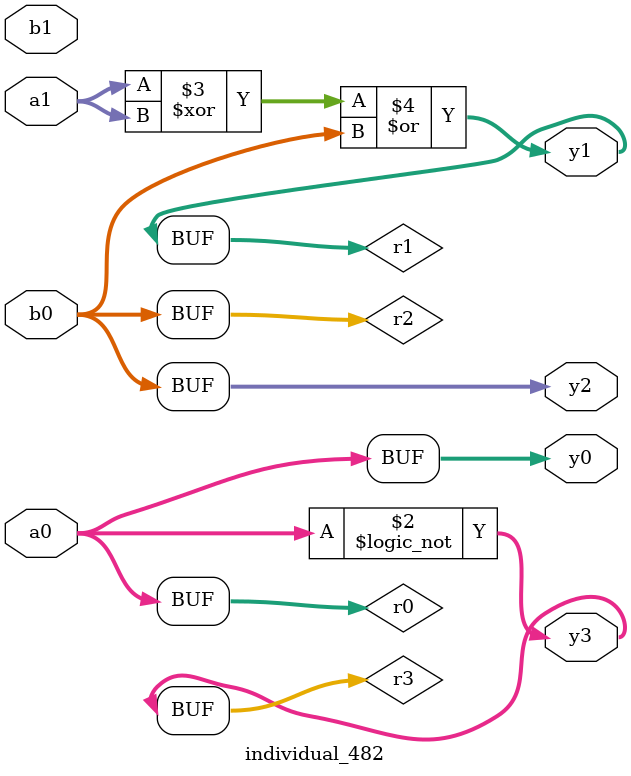
<source format=sv>
module individual_482(input logic [15:0] a1, input logic [15:0] a0, input logic [15:0] b1, input logic [15:0] b0, output logic [15:0] y3, output logic [15:0] y2, output logic [15:0] y1, output logic [15:0] y0);
logic [15:0] r0, r1, r2, r3; 
 always@(*) begin 
	 r0 = a0; r1 = a1; r2 = b0; r3 = b1; 
 	 r3 = ! r0 ;
 	 r1  ^=  r1 ;
 	 r1  |=  b0 ;
 	 y3 = r3; y2 = r2; y1 = r1; y0 = r0; 
end
endmodule
</source>
